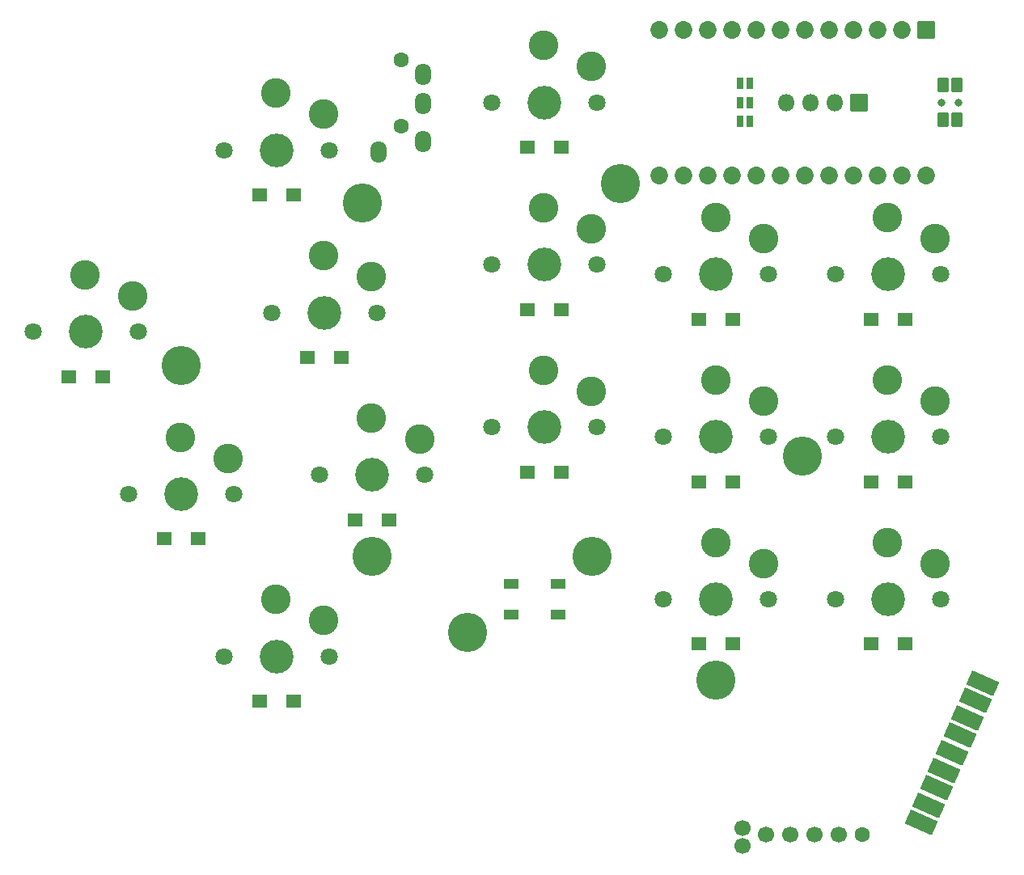
<source format=gbr>
%TF.GenerationSoftware,KiCad,Pcbnew,(6.0.7)*%
%TF.CreationDate,2022-09-08T03:06:03-04:00*%
%TF.ProjectId,left_main_routed,6c656674-5f6d-4616-996e-5f726f757465,v1.0.0*%
%TF.SameCoordinates,Original*%
%TF.FileFunction,Soldermask,Top*%
%TF.FilePolarity,Negative*%
%FSLAX46Y46*%
G04 Gerber Fmt 4.6, Leading zero omitted, Abs format (unit mm)*
G04 Created by KiCad (PCBNEW (6.0.7)) date 2022-09-08 03:06:03*
%MOMM*%
%LPD*%
G01*
G04 APERTURE LIST*
G04 Aperture macros list*
%AMRoundRect*
0 Rectangle with rounded corners*
0 $1 Rounding radius*
0 $2 $3 $4 $5 $6 $7 $8 $9 X,Y pos of 4 corners*
0 Add a 4 corners polygon primitive as box body*
4,1,4,$2,$3,$4,$5,$6,$7,$8,$9,$2,$3,0*
0 Add four circle primitives for the rounded corners*
1,1,$1+$1,$2,$3*
1,1,$1+$1,$4,$5*
1,1,$1+$1,$6,$7*
1,1,$1+$1,$8,$9*
0 Add four rect primitives between the rounded corners*
20,1,$1+$1,$2,$3,$4,$5,0*
20,1,$1+$1,$4,$5,$6,$7,0*
20,1,$1+$1,$6,$7,$8,$9,0*
20,1,$1+$1,$8,$9,$2,$3,0*%
G04 Aperture macros list end*
%ADD10RoundRect,0.050000X-0.700000X-0.650000X0.700000X-0.650000X0.700000X0.650000X-0.700000X0.650000X0*%
%ADD11C,1.801800*%
%ADD12C,3.100000*%
%ADD13C,3.529000*%
%ADD14C,0.600000*%
%ADD15C,4.100000*%
%ADD16RoundRect,0.050000X-0.750000X-0.500000X0.750000X-0.500000X0.750000X0.500000X-0.750000X0.500000X0*%
%ADD17RoundRect,0.050000X-0.850000X0.850000X-0.850000X-0.850000X0.850000X-0.850000X0.850000X0.850000X0*%
%ADD18O,1.800000X1.800000*%
%ADD19RoundRect,0.050000X0.876300X0.876300X-0.876300X0.876300X-0.876300X-0.876300X0.876300X-0.876300X0*%
%ADD20C,1.852600*%
%ADD21C,1.600000*%
%ADD22O,1.700000X2.300000*%
%ADD23RoundRect,0.050000X0.317500X0.571500X-0.317500X0.571500X-0.317500X-0.571500X0.317500X-0.571500X0*%
%ADD24C,0.800000*%
%ADD25RoundRect,0.050000X0.525000X-0.700000X0.525000X0.700000X-0.525000X0.700000X-0.525000X-0.700000X0*%
%ADD26RoundRect,0.050000X1.675321X0.076151X-1.066113X1.294566X-1.675321X-0.076151X1.066113X-1.294566X0*%
%ADD27C,1.700000*%
G04 APERTURE END LIST*
D10*
%TO.C,D19*%
X-11225000Y12300000D03*
X-14775000Y12300000D03*
%TD*%
D11*
%TO.C,SW25*%
X-43500000Y35000000D03*
D12*
X-44050000Y38750000D03*
X-49050000Y40950000D03*
D13*
X-49000000Y35000000D03*
D11*
X-54500000Y35000000D03*
%TD*%
D10*
%TO.C,D23*%
X-29225000Y29300000D03*
X-32775000Y29300000D03*
%TD*%
D14*
%TO.C,H6*%
X-69060000Y40440000D03*
X-66500000Y41500000D03*
X-66940000Y40440000D03*
X-68000000Y40000000D03*
X-68000000Y43000000D03*
D15*
X-68000000Y41500000D03*
D14*
X-66940000Y42560000D03*
X-69060000Y42560000D03*
X-69500000Y41500000D03*
%TD*%
D16*
%TO.C,DS11*%
X-52450000Y1600000D03*
X-52450000Y-1600000D03*
X-47550000Y-1600000D03*
X-47550000Y1600000D03*
%TD*%
D12*
%TO.C,SW19*%
X-8050000Y20750000D03*
D13*
X-13000000Y17000000D03*
D11*
X-7500000Y17000000D03*
X-18500000Y17000000D03*
D12*
X-13050000Y22950000D03*
%TD*%
D17*
%TO.C,J4*%
X-16000000Y52000000D03*
D18*
X-18540000Y52000000D03*
X-21080000Y52000000D03*
X-23620000Y52000000D03*
%TD*%
D19*
%TO.C,U2*%
X-9030000Y59620000D03*
D20*
X-11570000Y59620000D03*
X-14110000Y59620000D03*
X-16650000Y59620000D03*
X-19190000Y59620000D03*
X-21730000Y59620000D03*
X-24270000Y59620000D03*
X-26810000Y59620000D03*
X-29350000Y59620000D03*
X-31890000Y59620000D03*
X-34430000Y59620000D03*
X-36970000Y59620000D03*
X-9030000Y44380000D03*
X-11570000Y44380000D03*
X-14110000Y44380000D03*
X-16650000Y44380000D03*
X-19190000Y44380000D03*
X-21730000Y44380000D03*
X-24270000Y44380000D03*
X-26810000Y44380000D03*
X-29350000Y44380000D03*
X-31890000Y44380000D03*
X-34430000Y44380000D03*
X-36970000Y44380000D03*
%TD*%
D14*
%TO.C,H8*%
X-88500000Y24500000D03*
D15*
X-87000000Y24500000D03*
D14*
X-85940000Y25560000D03*
X-85940000Y23440000D03*
X-87000000Y23000000D03*
X-85500000Y24500000D03*
X-88060000Y25560000D03*
X-88060000Y23440000D03*
X-87000000Y26000000D03*
%TD*%
D21*
%TO.C,J2*%
X-64000000Y49500000D03*
X-64000000Y56500000D03*
D22*
X-66300000Y46800000D03*
X-61700000Y47900000D03*
X-61700000Y51900000D03*
X-61700000Y54900000D03*
%TD*%
D10*
%TO.C,D30*%
X-75225000Y-10700000D03*
X-78775000Y-10700000D03*
%TD*%
D12*
%TO.C,SW29*%
X-72050000Y50750000D03*
X-77050000Y52950000D03*
D13*
X-77000000Y47000000D03*
D11*
X-82500000Y47000000D03*
X-71500000Y47000000D03*
%TD*%
D12*
%TO.C,SW27*%
X-62050000Y16750000D03*
D13*
X-67000000Y13000000D03*
D11*
X-61500000Y13000000D03*
D12*
X-67050000Y18950000D03*
D11*
X-72500000Y13000000D03*
%TD*%
D10*
%TO.C,D22*%
X-29225000Y12300000D03*
X-32775000Y12300000D03*
%TD*%
%TO.C,D20*%
X-11225000Y29300000D03*
X-14775000Y29300000D03*
%TD*%
D14*
%TO.C,H4*%
X-42500000Y43500000D03*
X-42060000Y42440000D03*
X-39940000Y42440000D03*
X-39940000Y44560000D03*
X-42060000Y44560000D03*
X-41000000Y45000000D03*
X-39500000Y43500000D03*
D15*
X-41000000Y43500000D03*
D14*
X-41000000Y42000000D03*
%TD*%
D10*
%TO.C,D26*%
X-47225000Y47300000D03*
X-50775000Y47300000D03*
%TD*%
D23*
%TO.C,J8*%
X-27499620Y54000000D03*
X-28500380Y54000000D03*
%TD*%
%TO.C,J9*%
X-27499620Y52000000D03*
X-28500380Y52000000D03*
%TD*%
D13*
%TO.C,SW22*%
X-31000000Y17000000D03*
D12*
X-26050000Y20750000D03*
D11*
X-25500000Y17000000D03*
X-36500000Y17000000D03*
D12*
X-31050000Y22950000D03*
%TD*%
D23*
%TO.C,J10*%
X-27499620Y50000000D03*
X-28500380Y50000000D03*
%TD*%
D10*
%TO.C,D32*%
X-95225000Y23300000D03*
X-98775000Y23300000D03*
%TD*%
D24*
%TO.C,RST2*%
X-5600000Y52000000D03*
X-7400000Y52000000D03*
D25*
X-7220000Y53800000D03*
X-7220000Y50200000D03*
X-5780000Y53800000D03*
X-5780000Y50200000D03*
%TD*%
D10*
%TO.C,D25*%
X-47225000Y30300000D03*
X-50775000Y30300000D03*
%TD*%
D12*
%TO.C,SW28*%
X-67050000Y33750000D03*
X-72050000Y35950000D03*
D13*
X-72000000Y30000000D03*
D11*
X-77500000Y30000000D03*
X-66500000Y30000000D03*
%TD*%
D13*
%TO.C,SW18*%
X-13000000Y0D03*
D11*
X-18500000Y0D03*
X-7500000Y0D03*
D12*
X-8050000Y3750000D03*
X-13050000Y5950000D03*
%TD*%
D11*
%TO.C,SW30*%
X-82500000Y-6000000D03*
D12*
X-77050000Y-50000D03*
D13*
X-77000000Y-6000000D03*
D12*
X-72050000Y-2250000D03*
D11*
X-71500000Y-6000000D03*
%TD*%
D26*
%TO.C,J15*%
X-3053131Y-8784529D03*
X-3865408Y-10612152D03*
X-4677685Y-12439775D03*
X-5489962Y-14267398D03*
X-6302239Y-16095021D03*
X-7114516Y-17922644D03*
X-7926793Y-19750267D03*
X-8739070Y-21577890D03*
X-9551347Y-23405513D03*
%TD*%
D10*
%TO.C,D29*%
X-75225000Y42300000D03*
X-78775000Y42300000D03*
%TD*%
D11*
%TO.C,SW32*%
X-102500000Y28000000D03*
D12*
X-97050000Y33950000D03*
D13*
X-97000000Y28000000D03*
D11*
X-91500000Y28000000D03*
D12*
X-92050000Y31750000D03*
%TD*%
D11*
%TO.C,SW31*%
X-81500000Y11000000D03*
X-92500000Y11000000D03*
D12*
X-82050000Y14750000D03*
D13*
X-87000000Y11000000D03*
D12*
X-87050000Y16950000D03*
%TD*%
D10*
%TO.C,D31*%
X-85225000Y6300000D03*
X-88775000Y6300000D03*
%TD*%
D13*
%TO.C,SW20*%
X-13000000Y34000000D03*
D12*
X-8050000Y37750000D03*
X-13050000Y39950000D03*
D11*
X-7500000Y34000000D03*
X-18500000Y34000000D03*
%TD*%
D13*
%TO.C,SW24*%
X-49000000Y18000000D03*
D11*
X-43500000Y18000000D03*
D12*
X-44050000Y21750000D03*
D11*
X-54500000Y18000000D03*
D12*
X-49050000Y23950000D03*
%TD*%
D14*
%TO.C,H16*%
X-55940000Y-4560000D03*
X-57000000Y-5000000D03*
X-57000000Y-2000000D03*
X-58060000Y-2440000D03*
X-55500000Y-3500000D03*
D15*
X-57000000Y-3500000D03*
D14*
X-58060000Y-4560000D03*
X-55940000Y-2440000D03*
X-58500000Y-3500000D03*
%TD*%
D21*
%TO.C,S2*%
X-15700000Y-24625000D03*
D27*
X-25810000Y-24625000D03*
X-23270000Y-24625000D03*
X-20730000Y-24625000D03*
X-18190000Y-24625000D03*
X-28200000Y-25850000D03*
X-28200000Y-24000000D03*
%TD*%
D10*
%TO.C,D18*%
X-11225000Y-4700000D03*
X-14775000Y-4700000D03*
%TD*%
D11*
%TO.C,SW26*%
X-43500000Y52000000D03*
D13*
X-49000000Y52000000D03*
D11*
X-54500000Y52000000D03*
D12*
X-44050000Y55750000D03*
X-49050000Y57950000D03*
%TD*%
D14*
%TO.C,H12*%
X-32500000Y-8500000D03*
D15*
X-31000000Y-8500000D03*
D14*
X-29940000Y-9560000D03*
X-29500000Y-8500000D03*
X-31000000Y-10000000D03*
X-32060000Y-9560000D03*
X-29940000Y-7440000D03*
X-32060000Y-7440000D03*
X-31000000Y-7000000D03*
%TD*%
D15*
%TO.C,H14*%
X-44000000Y4500000D03*
D14*
X-45500000Y4500000D03*
X-44000000Y6000000D03*
X-45060000Y5560000D03*
X-42500000Y4500000D03*
X-45060000Y3440000D03*
X-42940000Y5560000D03*
X-42940000Y3440000D03*
X-44000000Y3000000D03*
%TD*%
%TO.C,H2*%
X-22000000Y16500000D03*
X-20940000Y16060000D03*
X-23060000Y16060000D03*
D15*
X-22000000Y15000000D03*
D14*
X-22000000Y13500000D03*
X-23500000Y15000000D03*
X-23060000Y13940000D03*
X-20940000Y13940000D03*
X-20500000Y15000000D03*
%TD*%
%TO.C,H10*%
X-67000000Y3000000D03*
X-65940000Y5560000D03*
X-67000000Y6000000D03*
X-65940000Y3440000D03*
D15*
X-67000000Y4500000D03*
D14*
X-68060000Y3440000D03*
X-65500000Y4500000D03*
X-68060000Y5560000D03*
X-68500000Y4500000D03*
%TD*%
D10*
%TO.C,D21*%
X-29225000Y-4700000D03*
X-32775000Y-4700000D03*
%TD*%
D12*
%TO.C,SW23*%
X-26050000Y37750000D03*
X-31050000Y39950000D03*
D11*
X-25500000Y34000000D03*
X-36500000Y34000000D03*
D13*
X-31000000Y34000000D03*
%TD*%
D10*
%TO.C,D24*%
X-47225000Y13300000D03*
X-50775000Y13300000D03*
%TD*%
%TO.C,D28*%
X-70225000Y25300000D03*
X-73775000Y25300000D03*
%TD*%
D12*
%TO.C,SW21*%
X-26050000Y3750000D03*
X-31050000Y5950000D03*
D11*
X-25500000Y0D03*
X-36500000Y0D03*
D13*
X-31000000Y0D03*
%TD*%
D10*
%TO.C,D27*%
X-65225000Y8300000D03*
X-68775000Y8300000D03*
%TD*%
M02*

</source>
